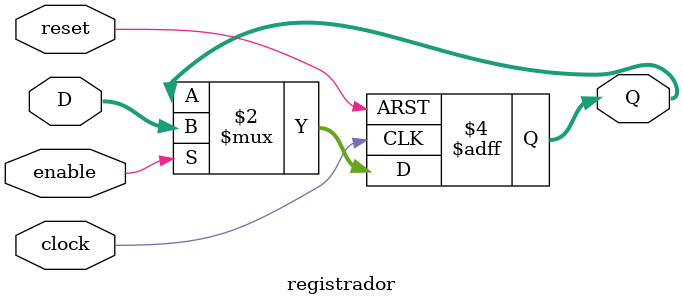
<source format=v>
 module registrador(D,clock,reset,enable, Q);
    input[3:0] D; // Data input
    input clock,reset,enable;
    output[3:0] Q; // output Q
    reg[3:0] Q;
    always @(posedge clock or posedge reset)
    begin
            if(reset)
                    Q <= 4'b0000;
            else if (enable)
                    Q <= D;
    end
    endmodule
</source>
